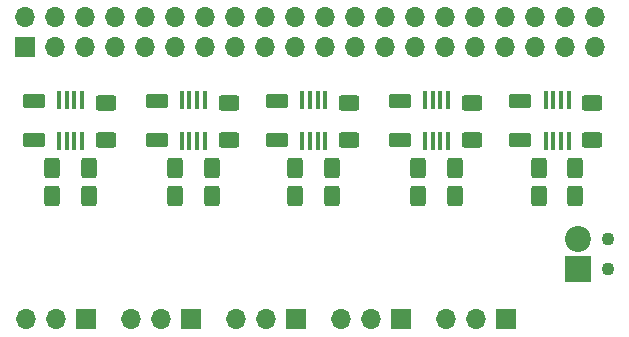
<source format=gbr>
G04 #@! TF.GenerationSoftware,KiCad,Pcbnew,8.0.8-8.0.8-0~ubuntu20.04.1*
G04 #@! TF.CreationDate,2025-01-21T23:34:15+05:30*
G04 #@! TF.ProjectId,hds_rpi,6864735f-7270-4692-9e6b-696361645f70,rev?*
G04 #@! TF.SameCoordinates,Original*
G04 #@! TF.FileFunction,Soldermask,Bot*
G04 #@! TF.FilePolarity,Negative*
%FSLAX46Y46*%
G04 Gerber Fmt 4.6, Leading zero omitted, Abs format (unit mm)*
G04 Created by KiCad (PCBNEW 8.0.8-8.0.8-0~ubuntu20.04.1) date 2025-01-21 23:34:15*
%MOMM*%
%LPD*%
G01*
G04 APERTURE LIST*
G04 Aperture macros list*
%AMRoundRect*
0 Rectangle with rounded corners*
0 $1 Rounding radius*
0 $2 $3 $4 $5 $6 $7 $8 $9 X,Y pos of 4 corners*
0 Add a 4 corners polygon primitive as box body*
4,1,4,$2,$3,$4,$5,$6,$7,$8,$9,$2,$3,0*
0 Add four circle primitives for the rounded corners*
1,1,$1+$1,$2,$3*
1,1,$1+$1,$4,$5*
1,1,$1+$1,$6,$7*
1,1,$1+$1,$8,$9*
0 Add four rect primitives between the rounded corners*
20,1,$1+$1,$2,$3,$4,$5,0*
20,1,$1+$1,$4,$5,$6,$7,0*
20,1,$1+$1,$6,$7,$8,$9,0*
20,1,$1+$1,$8,$9,$2,$3,0*%
G04 Aperture macros list end*
%ADD10R,1.700000X1.700000*%
%ADD11O,1.700000X1.700000*%
%ADD12C,1.100000*%
%ADD13R,2.200000X2.200000*%
%ADD14C,2.200000*%
%ADD15RoundRect,0.250000X-0.400000X-0.625000X0.400000X-0.625000X0.400000X0.625000X-0.400000X0.625000X0*%
%ADD16RoundRect,0.250000X0.700000X-0.362500X0.700000X0.362500X-0.700000X0.362500X-0.700000X-0.362500X0*%
%ADD17RoundRect,0.250000X0.625000X-0.400000X0.625000X0.400000X-0.625000X0.400000X-0.625000X-0.400000X0*%
%ADD18R,0.300000X1.600000*%
G04 APERTURE END LIST*
D10*
X97070000Y-78000000D03*
D11*
X94530000Y-78000000D03*
X91990000Y-78000000D03*
D10*
X88180000Y-78000000D03*
D11*
X85640000Y-78000000D03*
X83100000Y-78000000D03*
D12*
X132384800Y-73812400D03*
X132384800Y-71272400D03*
D13*
X129844800Y-73812400D03*
D14*
X129844800Y-71272400D03*
D10*
X105960000Y-78000000D03*
D11*
X103420000Y-78000000D03*
X100880000Y-78000000D03*
D10*
X114850000Y-78000000D03*
D11*
X112310000Y-78000000D03*
X109770000Y-78000000D03*
D10*
X123740000Y-78000000D03*
D11*
X121200000Y-78000000D03*
X118660000Y-78000000D03*
D15*
X85350000Y-65200000D03*
X88450000Y-65200000D03*
X105950000Y-65200000D03*
X109050000Y-65200000D03*
X126550000Y-65200000D03*
X129650000Y-65200000D03*
D16*
X125000000Y-62862500D03*
X125000000Y-59537500D03*
D15*
X126550000Y-67600000D03*
X129650000Y-67600000D03*
X95750000Y-65200000D03*
X98850000Y-65200000D03*
D16*
X94200000Y-62862500D03*
X94200000Y-59537500D03*
D17*
X131100000Y-62850000D03*
X131100000Y-59750000D03*
D15*
X105950000Y-67600000D03*
X109050000Y-67600000D03*
X95750000Y-67600000D03*
X98850000Y-67600000D03*
D18*
X106525000Y-59500000D03*
X107175000Y-59500000D03*
X107825000Y-59500000D03*
X108475000Y-59500000D03*
X108475000Y-62900000D03*
X107825000Y-62900000D03*
X107175000Y-62900000D03*
X106525000Y-62900000D03*
X85925000Y-59500000D03*
X86575000Y-59500000D03*
X87225000Y-59500000D03*
X87875000Y-59500000D03*
X87875000Y-62900000D03*
X87225000Y-62900000D03*
X86575000Y-62900000D03*
X85925000Y-62900000D03*
D16*
X104400000Y-62862500D03*
X104400000Y-59537500D03*
D18*
X127125000Y-59500000D03*
X127775000Y-59500000D03*
X128425000Y-59500000D03*
X129075000Y-59500000D03*
X129075000Y-62900000D03*
X128425000Y-62900000D03*
X127775000Y-62900000D03*
X127125000Y-62900000D03*
D17*
X89900000Y-62850000D03*
X89900000Y-59750000D03*
D16*
X114800000Y-62862500D03*
X114800000Y-59537500D03*
X83800000Y-62862500D03*
X83800000Y-59537500D03*
D10*
X83058000Y-55016400D03*
D11*
X83058000Y-52476400D03*
X85598000Y-55016400D03*
X85598000Y-52476400D03*
X88138000Y-55016400D03*
X88138000Y-52476400D03*
X90678000Y-55016400D03*
X90678000Y-52476400D03*
X93218000Y-55016400D03*
X93218000Y-52476400D03*
X95758000Y-55016400D03*
X95758000Y-52476400D03*
X98298000Y-55016400D03*
X98298000Y-52476400D03*
X100838000Y-55016400D03*
X100838000Y-52476400D03*
X103378000Y-55016400D03*
X103378000Y-52476400D03*
X105918000Y-55016400D03*
X105918000Y-52476400D03*
X108458000Y-55016400D03*
X108458000Y-52476400D03*
X110998000Y-55016400D03*
X110998000Y-52476400D03*
X113538000Y-55016400D03*
X113538000Y-52476400D03*
X116078000Y-55016400D03*
X116078000Y-52476400D03*
X118618000Y-55016400D03*
X118618000Y-52476400D03*
X121158000Y-55016400D03*
X121158000Y-52476400D03*
X123698000Y-55016400D03*
X123698000Y-52476400D03*
X126238000Y-55016400D03*
X126238000Y-52476400D03*
X128778000Y-55016400D03*
X128778000Y-52476400D03*
X131318000Y-55016400D03*
X131318000Y-52476400D03*
D17*
X100300000Y-62850000D03*
X100300000Y-59750000D03*
D15*
X116350000Y-67600000D03*
X119450000Y-67600000D03*
D17*
X120900000Y-62850000D03*
X120900000Y-59750000D03*
D18*
X116925000Y-59500000D03*
X117575000Y-59500000D03*
X118225000Y-59500000D03*
X118875000Y-59500000D03*
X118875000Y-62900000D03*
X118225000Y-62900000D03*
X117575000Y-62900000D03*
X116925000Y-62900000D03*
X96325000Y-59500000D03*
X96975000Y-59500000D03*
X97625000Y-59500000D03*
X98275000Y-59500000D03*
X98275000Y-62900000D03*
X97625000Y-62900000D03*
X96975000Y-62900000D03*
X96325000Y-62900000D03*
D17*
X110500000Y-62850000D03*
X110500000Y-59750000D03*
D15*
X116350000Y-65200000D03*
X119450000Y-65200000D03*
X85350000Y-67600000D03*
X88450000Y-67600000D03*
M02*

</source>
